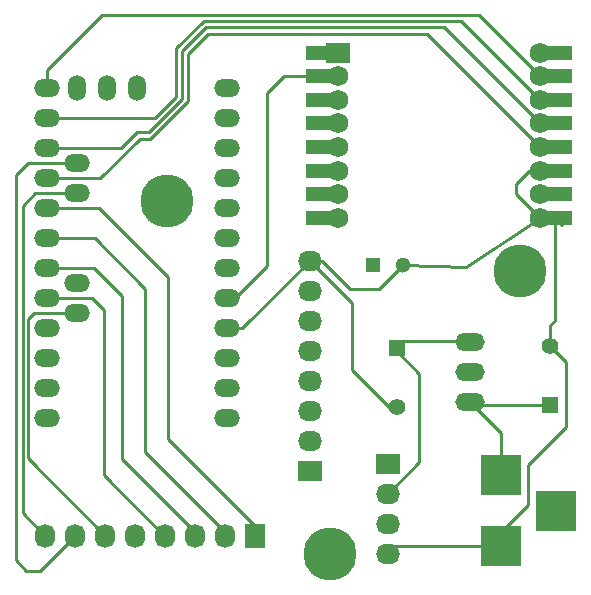
<source format=gtl>
G04 #@! TF.FileFunction,Copper,L1,Top,Signal*
%FSLAX46Y46*%
G04 Gerber Fmt 4.6, Leading zero omitted, Abs format (unit mm)*
G04 Created by KiCad (PCBNEW 4.0.4+e1-6308~48~ubuntu16.04.1-stable) date Wed Nov 16 10:49:13 2016*
%MOMM*%
%LPD*%
G01*
G04 APERTURE LIST*
%ADD10C,0.100000*%
%ADD11R,3.000000X1.200000*%
%ADD12R,2.000000X1.727200*%
%ADD13C,1.727200*%
%ADD14R,1.400000X1.400000*%
%ADD15C,1.400000*%
%ADD16R,1.300000X1.300000*%
%ADD17C,1.300000*%
%ADD18O,2.199640X1.501140*%
%ADD19O,1.501140X2.199640*%
%ADD20R,2.032000X1.727200*%
%ADD21O,2.032000X1.727200*%
%ADD22R,1.727200X2.032000*%
%ADD23O,1.727200X2.032000*%
%ADD24O,2.499360X1.501140*%
%ADD25C,4.500880*%
%ADD26R,3.500120X3.500120*%
%ADD27C,0.250000*%
G04 APERTURE END LIST*
D10*
D11*
X113700000Y-87500000D03*
X113700000Y-89500000D03*
X113700000Y-91500000D03*
X113700000Y-93500000D03*
X113700000Y-95500000D03*
X113700000Y-97500000D03*
X113700000Y-99500000D03*
X113700000Y-101500000D03*
X133400000Y-101500000D03*
X133400000Y-99500000D03*
X133400000Y-97500000D03*
X133400000Y-95500000D03*
X133400000Y-93500000D03*
X133400000Y-91500000D03*
X133400000Y-89500000D03*
X133400000Y-87500000D03*
D12*
X115000000Y-87500000D03*
D13*
X115000000Y-89500000D03*
X115000000Y-91500000D03*
X115000000Y-93500000D03*
X115000000Y-95500000D03*
X115000000Y-97500000D03*
X115000000Y-99500000D03*
X115000000Y-101500000D03*
X132100000Y-101500000D03*
X132100000Y-99500000D03*
X132100000Y-97500000D03*
X132100000Y-95500000D03*
X132100000Y-93500000D03*
X132100000Y-91500000D03*
X132100000Y-89500000D03*
X132100000Y-87500000D03*
D14*
X132925000Y-117350000D03*
D15*
X132925000Y-112350000D03*
D14*
X120000000Y-112500000D03*
D15*
X120000000Y-117500000D03*
D16*
X118000000Y-105500000D03*
D17*
X120500000Y-105500000D03*
D18*
X92920000Y-99420000D03*
X92920000Y-96880000D03*
X105620000Y-118470000D03*
X105620000Y-115930000D03*
X105620000Y-113390000D03*
X105620000Y-110850000D03*
X105620000Y-108310000D03*
X105620000Y-105770000D03*
X105620000Y-103230000D03*
X105620000Y-100690000D03*
X105620000Y-98150000D03*
X105620000Y-95610000D03*
X105620000Y-93070000D03*
X105620000Y-90530000D03*
X90380000Y-90530000D03*
X90380000Y-93070000D03*
X90380000Y-95610000D03*
X90380000Y-98150000D03*
X90380000Y-100690000D03*
X90380000Y-103230000D03*
X90380000Y-105770000D03*
X90380000Y-108310000D03*
X90380000Y-110850000D03*
X90380000Y-113390000D03*
X90380000Y-115930000D03*
X90380000Y-118470000D03*
X92920000Y-107040000D03*
X92920000Y-109580000D03*
D19*
X92920000Y-90530000D03*
X95460000Y-90530000D03*
X98000000Y-90530000D03*
D20*
X119200000Y-122300000D03*
D21*
X119200000Y-124840000D03*
X119200000Y-127380000D03*
X119200000Y-129920000D03*
D20*
X112600000Y-122900000D03*
D21*
X112600000Y-120360000D03*
X112600000Y-117820000D03*
X112600000Y-115280000D03*
X112600000Y-112740000D03*
X112600000Y-110200000D03*
X112600000Y-107660000D03*
X112600000Y-105120000D03*
D22*
X108000000Y-128400000D03*
D23*
X105460000Y-128400000D03*
X102920000Y-128400000D03*
X100380000Y-128400000D03*
X97840000Y-128400000D03*
X95300000Y-128400000D03*
X92760000Y-128400000D03*
X90220000Y-128400000D03*
D24*
X126175000Y-114550000D03*
X126175000Y-117090000D03*
X126175000Y-112010000D03*
D25*
X114325000Y-129975000D03*
X130375000Y-106000000D03*
X100525000Y-100075000D03*
D26*
X128800000Y-123299860D03*
X128800000Y-129299340D03*
X133499000Y-126299600D03*
D27*
X128800000Y-123299860D02*
X128800000Y-119715000D01*
X128800000Y-119715000D02*
X126175000Y-117090000D01*
X132925000Y-117350000D02*
X126435000Y-117350000D01*
X126435000Y-117350000D02*
X126175000Y-117090000D01*
X128800000Y-129299340D02*
X128800000Y-128100000D01*
X128800000Y-128100000D02*
X131100000Y-125800000D01*
X134300000Y-113725000D02*
X132925000Y-112350000D01*
X134300000Y-119200000D02*
X134300000Y-113725000D01*
X131100000Y-122400000D02*
X134300000Y-119200000D01*
X131100000Y-125800000D02*
X131100000Y-122400000D01*
X128800000Y-129299340D02*
X119820660Y-129299340D01*
X119820660Y-129299340D02*
X119200000Y-129920000D01*
X132925000Y-112350000D02*
X132925000Y-110625000D01*
X133400000Y-110150000D02*
X133400000Y-101500000D01*
X132925000Y-110625000D02*
X133400000Y-110150000D01*
X133400000Y-97500000D02*
X131200000Y-97500000D01*
X130100000Y-99500000D02*
X132100000Y-101500000D01*
X130100000Y-98600000D02*
X130100000Y-99500000D01*
X131200000Y-97500000D02*
X130100000Y-98600000D01*
X132100000Y-101500000D02*
X133400000Y-101500000D01*
X120500000Y-105500000D02*
X125850000Y-105625000D01*
X125850000Y-105625000D02*
X132100000Y-101500000D01*
X132100000Y-101500000D02*
X133400000Y-101500000D01*
X134000000Y-102100000D02*
X133400000Y-101500000D01*
X112600000Y-105120000D02*
X113620000Y-105120000D01*
X118500000Y-107500000D02*
X120500000Y-105500000D01*
X116000000Y-107500000D02*
X118500000Y-107500000D01*
X113620000Y-105120000D02*
X116000000Y-107500000D01*
X120000000Y-117500000D02*
X119300000Y-117500000D01*
X119300000Y-117500000D02*
X116200000Y-114400000D01*
X116200000Y-108720000D02*
X112600000Y-105120000D01*
X116200000Y-114400000D02*
X116200000Y-108720000D01*
X105620000Y-110850000D02*
X106870000Y-110850000D01*
X106870000Y-110850000D02*
X112600000Y-105120000D01*
X120000000Y-112500000D02*
X120000000Y-112800000D01*
X120000000Y-112800000D02*
X121900000Y-114700000D01*
X121900000Y-122140000D02*
X119200000Y-124840000D01*
X121900000Y-114700000D02*
X121900000Y-122140000D01*
X127000000Y-111960000D02*
X120540000Y-111960000D01*
X120540000Y-111960000D02*
X120000000Y-112500000D01*
X92920000Y-99420000D02*
X89380000Y-99420000D01*
X88300000Y-126480000D02*
X90220000Y-128400000D01*
X88300000Y-100500000D02*
X88300000Y-126480000D01*
X89380000Y-99420000D02*
X88300000Y-100500000D01*
X92920000Y-96880000D02*
X88720000Y-96880000D01*
X89760000Y-131400000D02*
X92760000Y-128400000D01*
X88600000Y-131400000D02*
X89760000Y-131400000D01*
X87700000Y-130500000D02*
X88600000Y-131400000D01*
X87700000Y-97900000D02*
X87700000Y-130500000D01*
X88720000Y-96880000D02*
X87700000Y-97900000D01*
X105620000Y-108310000D02*
X106290000Y-108310000D01*
X106290000Y-108310000D02*
X109000000Y-105600000D01*
X109000000Y-105600000D02*
X109000000Y-90900000D01*
X109000000Y-90900000D02*
X110400000Y-89500000D01*
X110400000Y-89500000D02*
X113700000Y-89500000D01*
X90380000Y-90530000D02*
X90380000Y-88970000D01*
X126950000Y-84350000D02*
X132100000Y-89500000D01*
X95000000Y-84350000D02*
X126950000Y-84350000D01*
X90380000Y-88970000D02*
X95000000Y-84350000D01*
X132100000Y-89500000D02*
X133400000Y-89500000D01*
X132100000Y-89500000D02*
X133400000Y-89500000D01*
X90380000Y-93070000D02*
X99518600Y-93070000D01*
X125425000Y-84825000D02*
X132100000Y-91500000D01*
X103650000Y-84825000D02*
X125425000Y-84825000D01*
X101325000Y-87150000D02*
X103650000Y-84825000D01*
X101325000Y-91263600D02*
X101325000Y-87150000D01*
X99518600Y-93070000D02*
X101325000Y-91263600D01*
X132100000Y-91500000D02*
X133400000Y-91500000D01*
X132100000Y-91500000D02*
X133400000Y-91500000D01*
X90380000Y-95610000D02*
X96590000Y-95610000D01*
X123950000Y-85350000D02*
X132100000Y-93500000D01*
X103850000Y-85350000D02*
X123950000Y-85350000D01*
X101800000Y-87400000D02*
X103850000Y-85350000D01*
X101800000Y-91424998D02*
X101800000Y-87400000D01*
X98974998Y-94250000D02*
X101800000Y-91424998D01*
X97950000Y-94250000D02*
X98974998Y-94250000D01*
X96590000Y-95610000D02*
X97950000Y-94250000D01*
X132100000Y-93500000D02*
X133400000Y-93500000D01*
X90380000Y-95610000D02*
X91290000Y-95610000D01*
X132100000Y-93500000D02*
X133400000Y-93500000D01*
X90380000Y-98150000D02*
X94850000Y-98150000D01*
X122500000Y-85900000D02*
X132100000Y-95500000D01*
X104000000Y-85900000D02*
X122500000Y-85900000D01*
X102300000Y-87600000D02*
X104000000Y-85900000D01*
X102300000Y-91600000D02*
X102300000Y-87600000D01*
X99100000Y-94800000D02*
X102300000Y-91600000D01*
X98200000Y-94800000D02*
X99100000Y-94800000D01*
X94850000Y-98150000D02*
X98200000Y-94800000D01*
X132100000Y-95500000D02*
X133400000Y-95500000D01*
X90380000Y-100690000D02*
X94790000Y-100690000D01*
X100600000Y-120200000D02*
X108000000Y-127600000D01*
X100600000Y-106500000D02*
X100600000Y-120200000D01*
X94790000Y-100690000D02*
X100600000Y-106500000D01*
X108000000Y-127600000D02*
X108000000Y-128400000D01*
X90380000Y-103230000D02*
X94430000Y-103230000D01*
X98700000Y-121300000D02*
X105460000Y-128060000D01*
X98700000Y-107500000D02*
X98700000Y-121300000D01*
X94430000Y-103230000D02*
X98700000Y-107500000D01*
X105460000Y-128060000D02*
X105460000Y-128400000D01*
X90380000Y-105770000D02*
X94330000Y-105770000D01*
X96700000Y-121900000D02*
X102920000Y-128120000D01*
X96700000Y-108140000D02*
X96700000Y-121900000D01*
X94330000Y-105770000D02*
X96700000Y-108140000D01*
X102920000Y-128120000D02*
X102920000Y-128400000D01*
X90380000Y-108310000D02*
X94210000Y-108310000D01*
X95200000Y-123300000D02*
X100300000Y-128400000D01*
X95200000Y-109300000D02*
X95200000Y-123300000D01*
X94210000Y-108310000D02*
X95200000Y-109300000D01*
X100300000Y-128400000D02*
X100380000Y-128400000D01*
X92920000Y-109580000D02*
X89220000Y-109580000D01*
X88750002Y-121850002D02*
X95300000Y-128400000D01*
X88750002Y-110049998D02*
X88750002Y-121850002D01*
X89220000Y-109580000D02*
X88750002Y-110049998D01*
M02*

</source>
